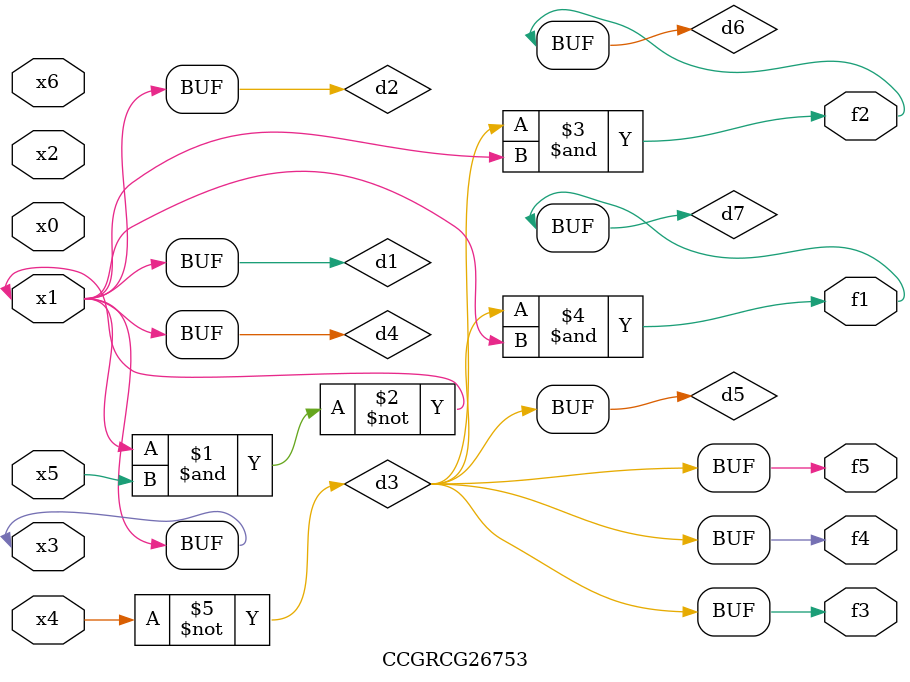
<source format=v>
module CCGRCG26753(
	input x0, x1, x2, x3, x4, x5, x6,
	output f1, f2, f3, f4, f5
);

	wire d1, d2, d3, d4, d5, d6, d7;

	buf (d1, x1, x3);
	nand (d2, x1, x5);
	not (d3, x4);
	buf (d4, d1, d2);
	buf (d5, d3);
	and (d6, d3, d4);
	and (d7, d3, d4);
	assign f1 = d7;
	assign f2 = d6;
	assign f3 = d5;
	assign f4 = d5;
	assign f5 = d5;
endmodule

</source>
